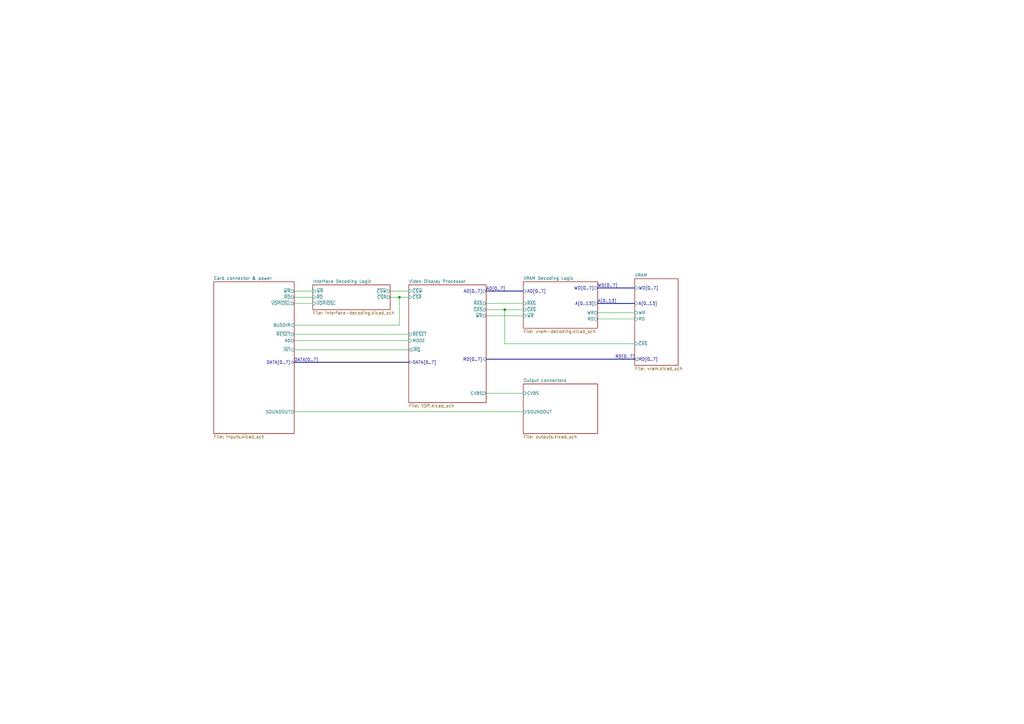
<source format=kicad_sch>
(kicad_sch (version 20211123) (generator eeschema)

  (uuid e63e39d7-6ac0-4ffd-8aa3-1841a4541b55)

  (paper "A3")

  (lib_symbols
  )

  (junction (at 207.01 127) (diameter 0) (color 0 0 0 0)
    (uuid 0867287d-2e6a-4d69-a366-c29f88198f2b)
  )
  (junction (at 163.83 121.92) (diameter 0) (color 0 0 0 0)
    (uuid 43891a3c-749f-498d-ba99-685a27689b0d)
  )

  (bus (pts (xy 199.39 119.38) (xy 214.63 119.38))
    (stroke (width 0) (type default) (color 0 0 0 0))
    (uuid 0d35483a-0b12-46cc-b9f2-896fd6831779)
  )
  (bus (pts (xy 260.35 147.32) (xy 199.39 147.32))
    (stroke (width 0) (type default) (color 0 0 0 0))
    (uuid 34871042-9d5c-4e29-abdd-a168368c3c22)
  )

  (wire (pts (xy 120.65 168.91) (xy 214.63 168.91))
    (stroke (width 0) (type default) (color 0 0 0 0))
    (uuid 4412226e-d975-40a2-921f-502ff4129a95)
  )
  (wire (pts (xy 214.63 161.29) (xy 199.39 161.29))
    (stroke (width 0) (type default) (color 0 0 0 0))
    (uuid 4e66a44f-7fa6-4e16-bf9b-62ec864301a5)
  )
  (wire (pts (xy 199.39 127) (xy 207.01 127))
    (stroke (width 0) (type default) (color 0 0 0 0))
    (uuid 53c85970-3e21-4fae-a84f-721cfc0513b5)
  )
  (wire (pts (xy 163.83 121.92) (xy 160.02 121.92))
    (stroke (width 0) (type default) (color 0 0 0 0))
    (uuid 646d9e91-59b4-4865-a2fc-29780ed32563)
  )
  (wire (pts (xy 120.65 119.38) (xy 128.27 119.38))
    (stroke (width 0) (type default) (color 0 0 0 0))
    (uuid 6ff874d0-4ac5-414c-83a7-573eda4c7703)
  )
  (bus (pts (xy 245.11 118.11) (xy 260.35 118.11))
    (stroke (width 0) (type default) (color 0 0 0 0))
    (uuid 7447a6e7-8205-46ba-afca-d0fa8f90c95a)
  )

  (wire (pts (xy 207.01 140.97) (xy 207.01 127))
    (stroke (width 0) (type default) (color 0 0 0 0))
    (uuid 75286985-9fa5-4d30-89c5-493b6e63cd66)
  )
  (wire (pts (xy 260.35 140.97) (xy 207.01 140.97))
    (stroke (width 0) (type default) (color 0 0 0 0))
    (uuid 78f88cf6-751c-4e9b-ae75-fb8b6d44ff39)
  )
  (wire (pts (xy 120.65 137.16) (xy 167.64 137.16))
    (stroke (width 0) (type default) (color 0 0 0 0))
    (uuid 87c78429-be2b-40ed-8d3b-56cb9666a56f)
  )
  (wire (pts (xy 120.65 139.7) (xy 167.64 139.7))
    (stroke (width 0) (type default) (color 0 0 0 0))
    (uuid 909b030b-fa1a-4fe8-b1ee-422b4d9e23cf)
  )
  (wire (pts (xy 167.64 143.51) (xy 120.65 143.51))
    (stroke (width 0) (type default) (color 0 0 0 0))
    (uuid 936e2ca6-11ae-4f42-9128-52bb329f3d21)
  )
  (wire (pts (xy 120.65 121.92) (xy 128.27 121.92))
    (stroke (width 0) (type default) (color 0 0 0 0))
    (uuid 9538e4ed-27e6-4c37-b989-9859dc0d49e8)
  )
  (wire (pts (xy 245.11 130.81) (xy 260.35 130.81))
    (stroke (width 0) (type default) (color 0 0 0 0))
    (uuid 9702d639-3b1f-4825-8985-b32b9008503d)
  )
  (wire (pts (xy 163.83 133.35) (xy 120.65 133.35))
    (stroke (width 0) (type default) (color 0 0 0 0))
    (uuid 99030c03-63b4-49ba-b5ab-4d56974f7963)
  )
  (bus (pts (xy 260.35 124.46) (xy 245.11 124.46))
    (stroke (width 0) (type default) (color 0 0 0 0))
    (uuid a06e8e78-f567-42e6-b645-013b1073ca31)
  )

  (wire (pts (xy 207.01 127) (xy 214.63 127))
    (stroke (width 0) (type default) (color 0 0 0 0))
    (uuid afd3dbad-e7a8-4e4c-b77c-4065a69aefa2)
  )
  (wire (pts (xy 199.39 124.46) (xy 214.63 124.46))
    (stroke (width 0) (type default) (color 0 0 0 0))
    (uuid c3c93de0-69b1-4a04-8e0b-d78caf487c63)
  )
  (wire (pts (xy 160.02 119.38) (xy 167.64 119.38))
    (stroke (width 0) (type default) (color 0 0 0 0))
    (uuid cbc539d2-6a10-4052-9b7a-f10326dcac67)
  )
  (wire (pts (xy 167.64 121.92) (xy 163.83 121.92))
    (stroke (width 0) (type default) (color 0 0 0 0))
    (uuid d2de4093-1fc2-4bc1-94b6-4d0fe3426c6f)
  )
  (wire (pts (xy 120.65 124.46) (xy 128.27 124.46))
    (stroke (width 0) (type default) (color 0 0 0 0))
    (uuid e1105432-6a2f-45d9-8a08-47401d087cf4)
  )
  (wire (pts (xy 163.83 121.92) (xy 163.83 133.35))
    (stroke (width 0) (type default) (color 0 0 0 0))
    (uuid e6521bef-4109-48f7-8b88-4121b0468927)
  )
  (bus (pts (xy 120.65 148.59) (xy 167.64 148.59))
    (stroke (width 0) (type default) (color 0 0 0 0))
    (uuid ebadd2a5-21ab-4a7e-b5bc-6f737367e560)
  )

  (wire (pts (xy 245.11 128.27) (xy 260.35 128.27))
    (stroke (width 0) (type default) (color 0 0 0 0))
    (uuid ec9e24d8-d1c5-40e2-9812-dc315d05f470)
  )
  (wire (pts (xy 199.39 129.54) (xy 214.63 129.54))
    (stroke (width 0) (type default) (color 0 0 0 0))
    (uuid f9865a9f-edb8-49c7-828f-4896e1f3047a)
  )

  (label "WD[0..7]" (at 245.11 118.11 0)
    (effects (font (size 1.27 1.27)) (justify left bottom))
    (uuid 0c30a4be-5679-499f-8c5b-5f3024f9d6cf)
  )
  (label "AD[0..7]" (at 199.39 119.38 0)
    (effects (font (size 1.27 1.27)) (justify left bottom))
    (uuid 4dc6088c-89a5-4db7-b3ae-db4b6396ad49)
  )
  (label "A[0..13]" (at 245.11 124.46 0)
    (effects (font (size 1.27 1.27)) (justify left bottom))
    (uuid 55992e35-fe7b-468a-9b7a-1e4dc931b904)
  )
  (label "DATA[0..7]" (at 120.65 148.59 0)
    (effects (font (size 1.27 1.27)) (justify left bottom))
    (uuid edc9ab4f-487a-48dc-95f2-4d87f0e9cf9e)
  )
  (label "RD[0..7]" (at 260.35 147.32 180)
    (effects (font (size 1.27 1.27)) (justify right bottom))
    (uuid ef1b4b98-541b-4673-a04f-2043250fc40a)
  )

  (sheet (at 128.27 116.84) (size 31.75 10.16) (fields_autoplaced)
    (stroke (width 0) (type solid) (color 0 0 0 0))
    (fill (color 0 0 0 0.0000))
    (uuid 00000000-0000-0000-0000-00005e974557)
    (property "Sheet name" "Interface Decoding Logic" (id 0) (at 128.27 116.1284 0)
      (effects (font (size 1.27 1.27)) (justify left bottom))
    )
    (property "Sheet file" "interface-decoding.kicad_sch" (id 1) (at 128.27 127.5846 0)
      (effects (font (size 1.27 1.27)) (justify left top))
    )
    (pin "~{WR}" input (at 128.27 119.38 180)
      (effects (font (size 1.27 1.27)) (justify left))
      (uuid 3934cdea-42c8-4ab1-b1be-2c4978ab08ae)
    )
    (pin "~{RD}" input (at 128.27 121.92 180)
      (effects (font (size 1.27 1.27)) (justify left))
      (uuid d0dfd7c1-401d-4f64-8463-f4c0813ac28f)
    )
    (pin "~{VDPIOSL}" input (at 128.27 124.46 180)
      (effects (font (size 1.27 1.27)) (justify left))
      (uuid 23e66461-bcf2-4335-93c2-5c91dfd00187)
    )
    (pin "~{CSR}" output (at 160.02 121.92 0)
      (effects (font (size 1.27 1.27)) (justify right))
      (uuid dd2f6b13-9e35-4a67-90ac-cf0d1ea34e5a)
    )
    (pin "~{CSW}" output (at 160.02 119.38 0)
      (effects (font (size 1.27 1.27)) (justify right))
      (uuid 3559e287-424e-4397-b080-77c7ba6f395b)
    )
  )

  (sheet (at 87.63 115.57) (size 33.02 62.23) (fields_autoplaced)
    (stroke (width 0) (type solid) (color 0 0 0 0))
    (fill (color 0 0 0 0.0000))
    (uuid 00000000-0000-0000-0000-00005eb649e5)
    (property "Sheet name" "Card connector & power" (id 0) (at 87.63 114.8584 0)
      (effects (font (size 1.27 1.27)) (justify left bottom))
    )
    (property "Sheet file" "inputs.kicad_sch" (id 1) (at 87.63 178.3846 0)
      (effects (font (size 1.27 1.27)) (justify left top))
    )
    (pin "~{WR}" output (at 120.65 119.38 0)
      (effects (font (size 1.27 1.27)) (justify right))
      (uuid bbb15673-6d42-42b8-9d51-7515b3ad9ee9)
    )
    (pin "~{RD}" output (at 120.65 121.92 0)
      (effects (font (size 1.27 1.27)) (justify right))
      (uuid 0f3c9e3a-9c59-4881-b27a-d0e982b3ea8e)
    )
    (pin "~{RESET}" output (at 120.65 137.16 0)
      (effects (font (size 1.27 1.27)) (justify right))
      (uuid e83e0227-ac0f-4180-82bd-68d3a7b56476)
    )
    (pin "~{VDPIOSL}" output (at 120.65 124.46 0)
      (effects (font (size 1.27 1.27)) (justify right))
      (uuid 46cfd089-6873-4d8b-89af-02ff30e49472)
    )
    (pin "~{INT}" input (at 120.65 143.51 0)
      (effects (font (size 1.27 1.27)) (justify right))
      (uuid bb4f0314-c44c-4dda-b85c-537120eaae9a)
    )
    (pin "A0" output (at 120.65 139.7 0)
      (effects (font (size 1.27 1.27)) (justify right))
      (uuid 9d984d1b-8097-407f-92f3-3ef68867dcfa)
    )
    (pin "BUSDIR" input (at 120.65 133.35 0)
      (effects (font (size 1.27 1.27)) (justify right))
      (uuid 68b52f01-fa04-4908-bf88-60c62ace1cfa)
    )
    (pin "SOUNDOUT" output (at 120.65 168.91 0)
      (effects (font (size 1.27 1.27)) (justify right))
      (uuid b8c83ad1-b3c9-495c-bdc6-62dead00f5ad)
    )
    (pin "DATA[0..7]" bidirectional (at 120.65 148.59 0)
      (effects (font (size 1.27 1.27)) (justify right))
      (uuid 7e969d15-6cc0-4258-8b27-586608a21adb)
    )
  )

  (sheet (at 214.63 157.48) (size 30.48 20.32) (fields_autoplaced)
    (stroke (width 0) (type solid) (color 0 0 0 0))
    (fill (color 0 0 0 0.0000))
    (uuid 00000000-0000-0000-0000-00005ed495fa)
    (property "Sheet name" "Output connectors" (id 0) (at 214.63 156.7684 0)
      (effects (font (size 1.27 1.27)) (justify left bottom))
    )
    (property "Sheet file" "outputs.kicad_sch" (id 1) (at 214.63 178.3846 0)
      (effects (font (size 1.27 1.27)) (justify left top))
    )
    (pin "SOUNDOUT" input (at 214.63 168.91 180)
      (effects (font (size 1.27 1.27)) (justify left))
      (uuid fc0a4225-db46-4d48-8163-d522602d57cd)
    )
    (pin "CVBS" input (at 214.63 161.29 180)
      (effects (font (size 1.27 1.27)) (justify left))
      (uuid 2bef89de-08c7-4a13-9d85-67948d429ca0)
    )
  )

  (sheet (at 167.64 116.84) (size 31.75 48.26) (fields_autoplaced)
    (stroke (width 0) (type solid) (color 0 0 0 0))
    (fill (color 0 0 0 0.0000))
    (uuid 00000000-0000-0000-0000-00005edf1b60)
    (property "Sheet name" "Video Display Processor" (id 0) (at 167.64 116.1284 0)
      (effects (font (size 1.27 1.27)) (justify left bottom))
    )
    (property "Sheet file" "VDP.kicad_sch" (id 1) (at 167.64 165.6846 0)
      (effects (font (size 1.27 1.27)) (justify left top))
    )
    (pin "DATA[0..7]" bidirectional (at 167.64 148.59 180)
      (effects (font (size 1.27 1.27)) (justify left))
      (uuid 37e4dc66-4492-4061-908d-7213940a2ec3)
    )
    (pin "MODE" input (at 167.64 139.7 180)
      (effects (font (size 1.27 1.27)) (justify left))
      (uuid 29256b3d-9450-4c0a-a4d4-911f04b9c140)
    )
    (pin "~{CSW}" input (at 167.64 119.38 180)
      (effects (font (size 1.27 1.27)) (justify left))
      (uuid b994142f-02ac-4881-9587-6d3df53c96d2)
    )
    (pin "~{CSR}" input (at 167.64 121.92 180)
      (effects (font (size 1.27 1.27)) (justify left))
      (uuid b603d26a-e034-42fb-8327-b60c5bf9cdd2)
    )
    (pin "~{RESET}" input (at 167.64 137.16 180)
      (effects (font (size 1.27 1.27)) (justify left))
      (uuid 2d6718e7-f18d-444d-9792-ddf1a113460c)
    )
    (pin "~{IRQ}" output (at 167.64 143.51 180)
      (effects (font (size 1.27 1.27)) (justify left))
      (uuid f144a97d-c3f0-423f-b0a9-3f7dbc42478b)
    )
    (pin "AD[0..7]" output (at 199.39 119.38 0)
      (effects (font (size 1.27 1.27)) (justify right))
      (uuid 71c77456-1405-42e3-95ed-69e629de0558)
    )
    (pin "RD[0..7]" input (at 199.39 147.32 0)
      (effects (font (size 1.27 1.27)) (justify right))
      (uuid 04f5865e-f449-4408-a0c8-771cccfcb129)
    )
    (pin "~{RAS}" output (at 199.39 124.46 0)
      (effects (font (size 1.27 1.27)) (justify right))
      (uuid 6199bec7-e7eb-4ae0-b9ec-c563e157d635)
    )
    (pin "~{CAS}" output (at 199.39 127 0)
      (effects (font (size 1.27 1.27)) (justify right))
      (uuid e47adf3d-9c24-4345-80c9-66679cad107e)
    )
    (pin "~{WR}" output (at 199.39 129.54 0)
      (effects (font (size 1.27 1.27)) (justify right))
      (uuid 7f3eb118-a20c-4239-b800-c9211c66847d)
    )
    (pin "CVBS" output (at 199.39 161.29 0)
      (effects (font (size 1.27 1.27)) (justify right))
      (uuid 213a2af1-412b-47f4-ab3b-c5f43b6be7a6)
    )
  )

  (sheet (at 214.63 115.57) (size 30.48 19.05) (fields_autoplaced)
    (stroke (width 0) (type solid) (color 0 0 0 0))
    (fill (color 0 0 0 0.0000))
    (uuid 00000000-0000-0000-0000-00005eff5d57)
    (property "Sheet name" "VRAM Decoding Logic" (id 0) (at 214.63 114.8584 0)
      (effects (font (size 1.27 1.27)) (justify left bottom))
    )
    (property "Sheet file" "vram-decoding.kicad_sch" (id 1) (at 214.63 135.2046 0)
      (effects (font (size 1.27 1.27)) (justify left top))
    )
    (pin "~{RAS}" input (at 214.63 124.46 180)
      (effects (font (size 1.27 1.27)) (justify left))
      (uuid 2f3deced-880d-4075-a81b-95c62da5b94d)
    )
    (pin "~{CAS}" input (at 214.63 127 180)
      (effects (font (size 1.27 1.27)) (justify left))
      (uuid 4d609e7c-74c9-4ae9-a26d-946ff00c167d)
    )
    (pin "~{WR}" input (at 214.63 129.54 180)
      (effects (font (size 1.27 1.27)) (justify left))
      (uuid 786b6072-5772-4bc1-8eeb-6c4e19f2a91b)
    )
    (pin "AD[0..7]" input (at 214.63 119.38 180)
      (effects (font (size 1.27 1.27)) (justify left))
      (uuid 9a9f2d82-f64d-4264-8bec-c182528fc4de)
    )
    (pin "WD[0..7]" output (at 245.11 118.11 0)
      (effects (font (size 1.27 1.27)) (justify right))
      (uuid b60c50d1-225e-415c-8712-7acb5e3dc8ea)
    )
    (pin "WR" output (at 245.11 128.27 0)
      (effects (font (size 1.27 1.27)) (justify right))
      (uuid 7e08f2a4-63d6-468b-bd8b-ec607077e023)
    )
    (pin "RD" output (at 245.11 130.81 0)
      (effects (font (size 1.27 1.27)) (justify right))
      (uuid b6bcc3cf-50de-4a33-bc41-678825c1ecf2)
    )
    (pin "A[0..13]" output (at 245.11 124.46 0)
      (effects (font (size 1.27 1.27)) (justify right))
      (uuid 5740c959-93d8-47fd-8f68-62f0109e753d)
    )
  )

  (sheet (at 260.35 114.3) (size 17.78 35.56) (fields_autoplaced)
    (stroke (width 0) (type solid) (color 0 0 0 0))
    (fill (color 0 0 0 0.0000))
    (uuid 00000000-0000-0000-0000-00005f15e93f)
    (property "Sheet name" "VRAM" (id 0) (at 260.35 113.5884 0)
      (effects (font (size 1.27 1.27)) (justify left bottom))
    )
    (property "Sheet file" "vram.kicad_sch" (id 1) (at 260.35 150.4446 0)
      (effects (font (size 1.27 1.27)) (justify left top))
    )
    (pin "A[0..13]" input (at 260.35 124.46 180)
      (effects (font (size 1.27 1.27)) (justify left))
      (uuid 4831966c-bb32-4bc8-a400-0382a02ffa1c)
    )
    (pin "RD" input (at 260.35 130.81 180)
      (effects (font (size 1.27 1.27)) (justify left))
      (uuid e25ce415-914a-48fe-bf09-324317917b2e)
    )
    (pin "WR" input (at 260.35 128.27 180)
      (effects (font (size 1.27 1.27)) (justify left))
      (uuid 4d4b0fcd-2c79-4fc3-b5fa-7a0741601344)
    )
    (pin "~{CAS}" input (at 260.35 140.97 180)
      (effects (font (size 1.27 1.27)) (justify left))
      (uuid 9762c9ed-64d8-4f3e-baf6-f6ba6effc919)
    )
    (pin "RD[0..7]" output (at 260.35 147.32 180)
      (effects (font (size 1.27 1.27)) (justify left))
      (uuid 587a157d-dedf-4558-a037-1a94bbba1848)
    )
    (pin "WD[0..7]" input (at 260.35 118.11 180)
      (effects (font (size 1.27 1.27)) (justify left))
      (uuid c19dbe3c-ced0-48f7-a91d-777569cfb936)
    )
  )

  (sheet_instances
    (path "/" (page "1"))
    (path "/00000000-0000-0000-0000-00005eb649e5" (page "2"))
    (path "/00000000-0000-0000-0000-00005e974557" (page "3"))
    (path "/00000000-0000-0000-0000-00005edf1b60" (page "4"))
    (path "/00000000-0000-0000-0000-00005eff5d57" (page "5"))
    (path "/00000000-0000-0000-0000-00005ed495fa" (page "6"))
    (path "/00000000-0000-0000-0000-00005f15e93f" (page "7"))
  )

  (symbol_instances
    (path "/00000000-0000-0000-0000-00005eb649e5/00000000-0000-0000-0000-00005edf00ef"
      (reference "#FLG0101") (unit 1) (value "PWR_FLAG") (footprint "")
    )
    (path "/00000000-0000-0000-0000-00005eb649e5/00000000-0000-0000-0000-00005edf00f7"
      (reference "#FLG0102") (unit 1) (value "PWR_FLAG") (footprint "")
    )
    (path "/00000000-0000-0000-0000-00005eff5d57/00000000-0000-0000-0000-00005f00b9de"
      (reference "#PWR0101") (unit 1) (value "GND") (footprint "")
    )
    (path "/00000000-0000-0000-0000-00005eff5d57/00000000-0000-0000-0000-00005f00b9e8"
      (reference "#PWR0102") (unit 1) (value "VCC") (footprint "")
    )
    (path "/00000000-0000-0000-0000-00005eff5d57/00000000-0000-0000-0000-00005f00b9f0"
      (reference "#PWR0103") (unit 1) (value "GND") (footprint "")
    )
    (path "/00000000-0000-0000-0000-00005eff5d57/00000000-0000-0000-0000-00005f00b9f6"
      (reference "#PWR0104") (unit 1) (value "GND") (footprint "")
    )
    (path "/00000000-0000-0000-0000-00005eff5d57/00000000-0000-0000-0000-00005f00b9fc"
      (reference "#PWR0105") (unit 1) (value "GND") (footprint "")
    )
    (path "/00000000-0000-0000-0000-00005eff5d57/00000000-0000-0000-0000-00005f00ba04"
      (reference "#PWR0106") (unit 1) (value "VCC") (footprint "")
    )
    (path "/00000000-0000-0000-0000-00005eff5d57/00000000-0000-0000-0000-00005f00ba0b"
      (reference "#PWR0107") (unit 1) (value "GND") (footprint "")
    )
    (path "/00000000-0000-0000-0000-00005eff5d57/00000000-0000-0000-0000-00005f00ba15"
      (reference "#PWR0108") (unit 1) (value "VCC") (footprint "")
    )
    (path "/00000000-0000-0000-0000-00005eff5d57/00000000-0000-0000-0000-00005f00ba20"
      (reference "#PWR0109") (unit 1) (value "GND") (footprint "")
    )
    (path "/00000000-0000-0000-0000-00005eff5d57/00000000-0000-0000-0000-00005f00ba28"
      (reference "#PWR0110") (unit 1) (value "GND") (footprint "")
    )
    (path "/00000000-0000-0000-0000-00005eff5d57/00000000-0000-0000-0000-00005f00ba2e"
      (reference "#PWR0111") (unit 1) (value "GND") (footprint "")
    )
    (path "/00000000-0000-0000-0000-00005f15e93f/00000000-0000-0000-0000-00005f1604c6"
      (reference "#PWR0112") (unit 1) (value "GND") (footprint "")
    )
    (path "/00000000-0000-0000-0000-00005f15e93f/00000000-0000-0000-0000-00005f1604cc"
      (reference "#PWR0113") (unit 1) (value "VCC") (footprint "")
    )
    (path "/00000000-0000-0000-0000-00005f15e93f/00000000-0000-0000-0000-00005f1604d2"
      (reference "#PWR0114") (unit 1) (value "GND") (footprint "")
    )
    (path "/00000000-0000-0000-0000-00005e974557/00000000-0000-0000-0000-00005eb417a4"
      (reference "#PWR0115") (unit 1) (value "GND") (footprint "")
    )
    (path "/00000000-0000-0000-0000-00005eb649e5/00000000-0000-0000-0000-00005eb76c51"
      (reference "#PWR0116") (unit 1) (value "VCC") (footprint "")
    )
    (path "/00000000-0000-0000-0000-00005eb649e5/00000000-0000-0000-0000-00005eb76c57"
      (reference "#PWR0117") (unit 1) (value "VCC") (footprint "")
    )
    (path "/00000000-0000-0000-0000-00005edf1b60/00000000-0000-0000-0000-00005ee07baf"
      (reference "#PWR0119") (unit 1) (value "GND") (footprint "")
    )
    (path "/00000000-0000-0000-0000-00005edf1b60/00000000-0000-0000-0000-00005ee07bb5"
      (reference "#PWR0120") (unit 1) (value "GND") (footprint "")
    )
    (path "/00000000-0000-0000-0000-00005edf1b60/00000000-0000-0000-0000-00005ee07bbb"
      (reference "#PWR0121") (unit 1) (value "VCC") (footprint "")
    )
    (path "/00000000-0000-0000-0000-00005eb649e5/00000000-0000-0000-0000-00005eb76c63"
      (reference "#PWR0122") (unit 1) (value "GND") (footprint "")
    )
    (path "/00000000-0000-0000-0000-00005ed495fa/00000000-0000-0000-0000-00005ed4c966"
      (reference "#PWR0123") (unit 1) (value "GND") (footprint "")
    )
    (path "/00000000-0000-0000-0000-00005ed495fa/00000000-0000-0000-0000-00005ed4c96c"
      (reference "#PWR0126") (unit 1) (value "GND") (footprint "")
    )
    (path "/00000000-0000-0000-0000-00005ed495fa/00000000-0000-0000-0000-00005ed4c972"
      (reference "#PWR0127") (unit 1) (value "GND") (footprint "")
    )
    (path "/00000000-0000-0000-0000-00005ed495fa/00000000-0000-0000-0000-00005ed4c978"
      (reference "#PWR0128") (unit 1) (value "GND") (footprint "")
    )
    (path "/00000000-0000-0000-0000-00005edf1b60/00000000-0000-0000-0000-00005ee07bc1"
      (reference "#PWR0129") (unit 1) (value "GND") (footprint "")
    )
    (path "/00000000-0000-0000-0000-00005e974557/00000000-0000-0000-0000-000060940a65"
      (reference "#PWR?") (unit 1) (value "VCC") (footprint "")
    )
    (path "/00000000-0000-0000-0000-00005e974557/00000000-0000-0000-0000-000060940a6b"
      (reference "#PWR?") (unit 1) (value "GND") (footprint "")
    )
    (path "/00000000-0000-0000-0000-00005e974557/00000000-0000-0000-0000-000060942285"
      (reference "#PWR?") (unit 1) (value "GND") (footprint "")
    )
    (path "/00000000-0000-0000-0000-00005eff5d57/00000000-0000-0000-0000-00006094c96c"
      (reference "#PWR?") (unit 1) (value "VCC") (footprint "")
    )
    (path "/00000000-0000-0000-0000-00005eff5d57/00000000-0000-0000-0000-000060953ead"
      (reference "#PWR?") (unit 1) (value "GND") (footprint "")
    )
    (path "/00000000-0000-0000-0000-00005eff5d57/00000000-0000-0000-0000-00006095bdea"
      (reference "#PWR?") (unit 1) (value "GND") (footprint "")
    )
    (path "/00000000-0000-0000-0000-00005edf1b60/00000000-0000-0000-0000-00005ee07b83"
      (reference "C1") (unit 1) (value "56pF") (footprint "artemisa:Disc_capacitor")
    )
    (path "/00000000-0000-0000-0000-00005edf1b60/00000000-0000-0000-0000-00005ee07b89"
      (reference "C2") (unit 1) (value "56pF") (footprint "artemisa:Disc_capacitor")
    )
    (path "/00000000-0000-0000-0000-00005edf1b60/00000000-0000-0000-0000-00005ee07b98"
      (reference "C3") (unit 1) (value "100nF") (footprint "artemisa:Disc_capacitor")
    )
    (path "/00000000-0000-0000-0000-00005f15e93f/00000000-0000-0000-0000-00005f1604ba"
      (reference "C4") (unit 1) (value "100nF") (footprint "artemisa:Disc_capacitor")
    )
    (path "/00000000-0000-0000-0000-00005eff5d57/00000000-0000-0000-0000-00005f00b9cd"
      (reference "C5") (unit 1) (value "100nF") (footprint "artemisa:Disc_capacitor")
    )
    (path "/00000000-0000-0000-0000-00005eff5d57/00000000-0000-0000-0000-00005f00b9b0"
      (reference "C6") (unit 1) (value "100nF") (footprint "artemisa:Disc_capacitor")
    )
    (path "/00000000-0000-0000-0000-00005eff5d57/00000000-0000-0000-0000-00005f00b9b6"
      (reference "C7") (unit 1) (value "100nF") (footprint "artemisa:Disc_capacitor")
    )
    (path "/00000000-0000-0000-0000-00005eff5d57/00000000-0000-0000-0000-000060945f6a"
      (reference "C8") (unit 1) (value "100nF") (footprint "artemisa:Disc_capacitor")
    )
    (path "/00000000-0000-0000-0000-00005e974557/00000000-0000-0000-0000-00006093bffa"
      (reference "C9") (unit 1) (value "100nF") (footprint "artemisa:Disc_capacitor")
    )
    (path "/00000000-0000-0000-0000-00005eb649e5/00000000-0000-0000-0000-00005eb76c4a"
      (reference "C11") (unit 1) (value "10uF") (footprint "artemisa:Radial_capacitor")
    )
    (path "/00000000-0000-0000-0000-00005eb649e5/00000000-0000-0000-0000-00005eb76bd7"
      (reference "J1") (unit 1) (value "GFX_Connector_Input") (footprint "artemisa:GFX_conn")
    )
    (path "/00000000-0000-0000-0000-00005ed495fa/00000000-0000-0000-0000-00005ed4c93f"
      (reference "J2") (unit 1) (value "RCA_Conn") (footprint "artemisa:RCA_yellow")
    )
    (path "/00000000-0000-0000-0000-00005ed495fa/00000000-0000-0000-0000-00005ed4c950"
      (reference "J3") (unit 1) (value "RCA_Conn") (footprint "artemisa:RCA_white")
    )
    (path "/00000000-0000-0000-0000-00005ed495fa/00000000-0000-0000-0000-00005ed4c956"
      (reference "J4") (unit 1) (value "RCA_Conn") (footprint "artemisa:RCA_red")
    )
    (path "/00000000-0000-0000-0000-00005ed495fa/00000000-0000-0000-0000-00005ed4c947"
      (reference "R1") (unit 1) (value "470") (footprint "artemisa:Axial_resistor")
    )
    (path "/00000000-0000-0000-0000-00005edf1b60/00000000-0000-0000-0000-00005ee07b9f"
      (reference "U1") (unit 1) (value "TMS9918") (footprint "artemisa:DIP-40_600")
    )
    (path "/00000000-0000-0000-0000-00005eff5d57/00000000-0000-0000-0000-00005f00b88c"
      (reference "U2") (unit 1) (value "74HCT04") (footprint "artemisa:DIP-14_300")
    )
    (path "/00000000-0000-0000-0000-00005eff5d57/00000000-0000-0000-0000-00005f00b892"
      (reference "U2") (unit 2) (value "74HCT04") (footprint "artemisa:DIP-14_300")
    )
    (path "/00000000-0000-0000-0000-00005eff5d57/00000000-0000-0000-0000-00005f00b898"
      (reference "U2") (unit 3) (value "74HCT04") (footprint "artemisa:DIP-14_300")
    )
    (path "/00000000-0000-0000-0000-00005eff5d57/00000000-0000-0000-0000-00005f00b8aa"
      (reference "U2") (unit 4) (value "74HCT04") (footprint "artemisa:DIP-14_300")
    )
    (path "/00000000-0000-0000-0000-00005eff5d57/00000000-0000-0000-0000-00005f00b8b0"
      (reference "U2") (unit 5) (value "74HCT04") (footprint "artemisa:DIP-14_300")
    )
    (path "/00000000-0000-0000-0000-00005eff5d57/00000000-0000-0000-0000-00005f00b8b6"
      (reference "U2") (unit 6) (value "74HCT04") (footprint "artemisa:DIP-14_300")
    )
    (path "/00000000-0000-0000-0000-00005eff5d57/00000000-0000-0000-0000-00005f00b8c9"
      (reference "U3") (unit 1) (value "74HCT574") (footprint "artemisa:DIP-20_300")
    )
    (path "/00000000-0000-0000-0000-00005eff5d57/00000000-0000-0000-0000-00005f00b8cf"
      (reference "U4") (unit 1) (value "74HCT574") (footprint "artemisa:DIP-20_300")
    )
    (path "/00000000-0000-0000-0000-00005eff5d57/00000000-0000-0000-0000-00005f00b8d5"
      (reference "U5") (unit 1) (value "74HCT574") (footprint "artemisa:DIP-20_300")
    )
    (path "/00000000-0000-0000-0000-00005f15e93f/00000000-0000-0000-0000-00005f1604ae"
      (reference "U6") (unit 1) (value "62256") (footprint "artemisa:DIP-28_600")
    )
    (path "/00000000-0000-0000-0000-00005e974557/00000000-0000-0000-0000-00005e97c4cb"
      (reference "U7") (unit 1) (value "74HC32") (footprint "artemisa:DIP-14_300")
    )
    (path "/00000000-0000-0000-0000-00005e974557/00000000-0000-0000-0000-00005e97c4d1"
      (reference "U7") (unit 2) (value "74HC32") (footprint "artemisa:DIP-14_300")
    )
    (path "/00000000-0000-0000-0000-00005e974557/00000000-0000-0000-0000-00005eb4178b"
      (reference "U7") (unit 3) (value "74HC32") (footprint "artemisa:DIP-14_300")
    )
    (path "/00000000-0000-0000-0000-00005e974557/00000000-0000-0000-0000-00005eb41791"
      (reference "U7") (unit 4) (value "74HC32") (footprint "artemisa:DIP-14_300")
    )
    (path "/00000000-0000-0000-0000-00005edf1b60/00000000-0000-0000-0000-00005ee07b79"
      (reference "Y1") (unit 1) (value "10.7386Mhz") (footprint "artemisa:Crystal")
    )
  )
)

</source>
